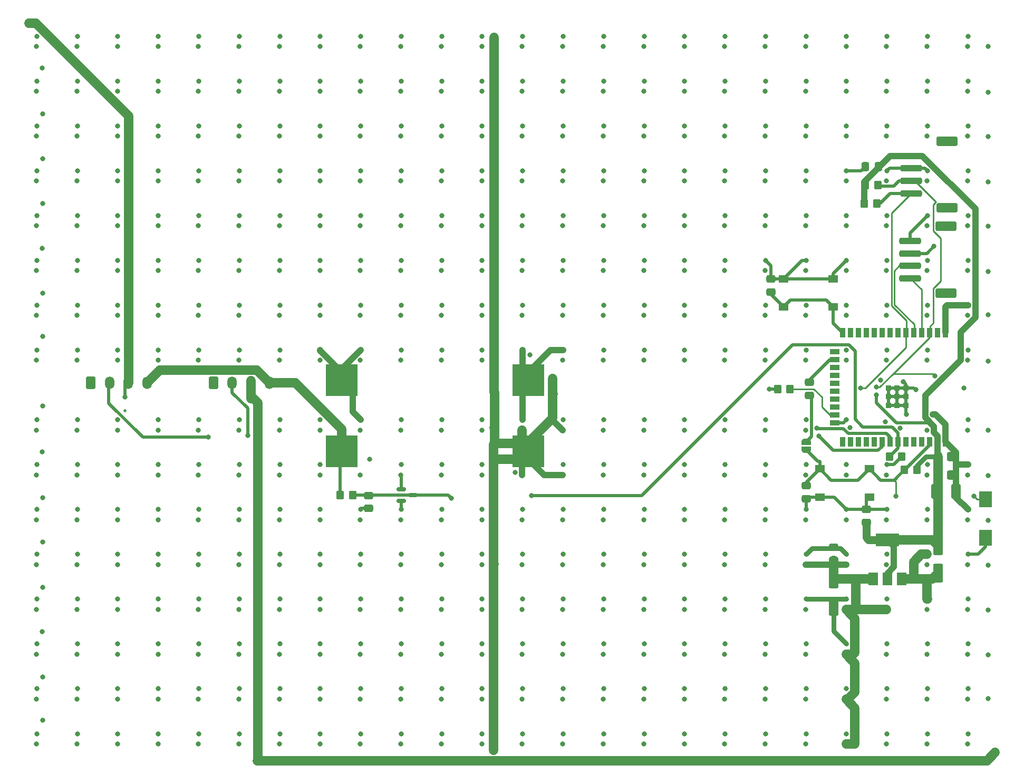
<source format=gbr>
%TF.GenerationSoftware,KiCad,Pcbnew,7.0.8*%
%TF.CreationDate,2023-11-20T11:06:52+02:00*%
%TF.ProjectId,LED Matrix Display,4c454420-4d61-4747-9269-782044697370,rev?*%
%TF.SameCoordinates,Original*%
%TF.FileFunction,Copper,L4,Bot*%
%TF.FilePolarity,Positive*%
%FSLAX46Y46*%
G04 Gerber Fmt 4.6, Leading zero omitted, Abs format (unit mm)*
G04 Created by KiCad (PCBNEW 7.0.8) date 2023-11-20 11:06:52*
%MOMM*%
%LPD*%
G01*
G04 APERTURE LIST*
G04 Aperture macros list*
%AMRoundRect*
0 Rectangle with rounded corners*
0 $1 Rounding radius*
0 $2 $3 $4 $5 $6 $7 $8 $9 X,Y pos of 4 corners*
0 Add a 4 corners polygon primitive as box body*
4,1,4,$2,$3,$4,$5,$6,$7,$8,$9,$2,$3,0*
0 Add four circle primitives for the rounded corners*
1,1,$1+$1,$2,$3*
1,1,$1+$1,$4,$5*
1,1,$1+$1,$6,$7*
1,1,$1+$1,$8,$9*
0 Add four rect primitives between the rounded corners*
20,1,$1+$1,$2,$3,$4,$5,0*
20,1,$1+$1,$4,$5,$6,$7,0*
20,1,$1+$1,$6,$7,$8,$9,0*
20,1,$1+$1,$8,$9,$2,$3,0*%
%AMFreePoly0*
4,1,19,0.500000,-0.750000,0.000000,-0.750000,0.000000,-0.744911,-0.071157,-0.744911,-0.207708,-0.704816,-0.327430,-0.627875,-0.420627,-0.520320,-0.479746,-0.390866,-0.500000,-0.250000,-0.500000,0.250000,-0.479746,0.390866,-0.420627,0.520320,-0.327430,0.627875,-0.207708,0.704816,-0.071157,0.744911,0.000000,0.744911,0.000000,0.750000,0.500000,0.750000,0.500000,-0.750000,0.500000,-0.750000,
$1*%
%AMFreePoly1*
4,1,19,0.000000,0.744911,0.071157,0.744911,0.207708,0.704816,0.327430,0.627875,0.420627,0.520320,0.479746,0.390866,0.500000,0.250000,0.500000,-0.250000,0.479746,-0.390866,0.420627,-0.520320,0.327430,-0.627875,0.207708,-0.704816,0.071157,-0.744911,0.000000,-0.744911,0.000000,-0.750000,-0.500000,-0.750000,-0.500000,0.750000,0.000000,0.750000,0.000000,0.744911,0.000000,0.744911,
$1*%
G04 Aperture macros list end*
%TA.AperFunction,SMDPad,CuDef*%
%ADD10RoundRect,0.250000X-1.500000X0.250000X-1.500000X-0.250000X1.500000X-0.250000X1.500000X0.250000X0*%
%TD*%
%TA.AperFunction,SMDPad,CuDef*%
%ADD11RoundRect,0.250001X-1.449999X0.499999X-1.449999X-0.499999X1.449999X-0.499999X1.449999X0.499999X0*%
%TD*%
%TA.AperFunction,SMDPad,CuDef*%
%ADD12RoundRect,0.250000X0.350000X0.450000X-0.350000X0.450000X-0.350000X-0.450000X0.350000X-0.450000X0*%
%TD*%
%TA.AperFunction,SMDPad,CuDef*%
%ADD13RoundRect,0.250000X-0.350000X-0.450000X0.350000X-0.450000X0.350000X0.450000X-0.350000X0.450000X0*%
%TD*%
%TA.AperFunction,SMDPad,CuDef*%
%ADD14RoundRect,0.250000X-0.475000X0.337500X-0.475000X-0.337500X0.475000X-0.337500X0.475000X0.337500X0*%
%TD*%
%TA.AperFunction,SMDPad,CuDef*%
%ADD15R,0.900000X1.500000*%
%TD*%
%TA.AperFunction,SMDPad,CuDef*%
%ADD16R,1.500000X0.900000*%
%TD*%
%TA.AperFunction,SMDPad,CuDef*%
%ADD17R,0.900000X0.900000*%
%TD*%
%TA.AperFunction,SMDPad,CuDef*%
%ADD18RoundRect,0.250000X-0.550000X1.250000X-0.550000X-1.250000X0.550000X-1.250000X0.550000X1.250000X0*%
%TD*%
%TA.AperFunction,SMDPad,CuDef*%
%ADD19R,1.550000X1.300000*%
%TD*%
%TA.AperFunction,SMDPad,CuDef*%
%ADD20R,1.500000X2.000000*%
%TD*%
%TA.AperFunction,SMDPad,CuDef*%
%ADD21R,3.800000X2.000000*%
%TD*%
%TA.AperFunction,ComponentPad*%
%ADD22RoundRect,0.250001X-0.499999X-0.759999X0.499999X-0.759999X0.499999X0.759999X-0.499999X0.759999X0*%
%TD*%
%TA.AperFunction,ComponentPad*%
%ADD23O,1.500000X2.020000*%
%TD*%
%TA.AperFunction,SMDPad,CuDef*%
%ADD24RoundRect,0.250000X0.475000X-0.337500X0.475000X0.337500X-0.475000X0.337500X-0.475000X-0.337500X0*%
%TD*%
%TA.AperFunction,SMDPad,CuDef*%
%ADD25R,5.080000X2.540000*%
%TD*%
%TA.AperFunction,SMDPad,CuDef*%
%ADD26RoundRect,0.250000X-0.337500X-0.475000X0.337500X-0.475000X0.337500X0.475000X-0.337500X0.475000X0*%
%TD*%
%TA.AperFunction,SMDPad,CuDef*%
%ADD27RoundRect,0.250001X-0.499999X-0.924999X0.499999X-0.924999X0.499999X0.924999X-0.499999X0.924999X0*%
%TD*%
%TA.AperFunction,SMDPad,CuDef*%
%ADD28FreePoly0,90.000000*%
%TD*%
%TA.AperFunction,SMDPad,CuDef*%
%ADD29FreePoly1,90.000000*%
%TD*%
%TA.AperFunction,SMDPad,CuDef*%
%ADD30RoundRect,0.250000X0.337500X0.475000X-0.337500X0.475000X-0.337500X-0.475000X0.337500X-0.475000X0*%
%TD*%
%TA.AperFunction,SMDPad,CuDef*%
%ADD31RoundRect,0.150000X-0.587500X-0.150000X0.587500X-0.150000X0.587500X0.150000X-0.587500X0.150000X0*%
%TD*%
%TA.AperFunction,SMDPad,CuDef*%
%ADD32R,2.000000X2.500000*%
%TD*%
%TA.AperFunction,ViaPad*%
%ADD33C,0.800000*%
%TD*%
%TA.AperFunction,Conductor*%
%ADD34C,1.500000*%
%TD*%
%TA.AperFunction,Conductor*%
%ADD35C,1.000000*%
%TD*%
%TA.AperFunction,Conductor*%
%ADD36C,0.500000*%
%TD*%
%TA.AperFunction,Conductor*%
%ADD37C,0.750000*%
%TD*%
%TA.AperFunction,Conductor*%
%ADD38C,1.250000*%
%TD*%
%TA.AperFunction,Conductor*%
%ADD39C,0.250000*%
%TD*%
G04 APERTURE END LIST*
D10*
%TO.P,J1,1,Pin_1*%
%TO.N,+3V3*%
X158242000Y-47086000D03*
%TO.P,J1,2,Pin_2*%
%TO.N,GND*%
X158242000Y-49086000D03*
%TO.P,J1,3,Pin_3*%
%TO.N,I2C_SCL*%
X158242000Y-51086000D03*
%TO.P,J1,4,Pin_4*%
%TO.N,I2C_SDA*%
X158242000Y-53086000D03*
D11*
%TO.P,J1,MP*%
%TO.N,N/C*%
X163992000Y-44736000D03*
X163992000Y-55436000D03*
%TD*%
D12*
%TO.P,R5,1*%
%TO.N,GND*%
X156750000Y-95350000D03*
%TO.P,R5,2*%
%TO.N,/ESP32/GPIO_35*%
X154750000Y-95350000D03*
%TD*%
%TO.P,R3,1*%
%TO.N,I2C_SCL*%
X152882600Y-51739800D03*
%TO.P,R3,2*%
%TO.N,+3V3*%
X150882600Y-51739800D03*
%TD*%
D13*
%TO.P,R6,1*%
%TO.N,/ESP32/EN*%
X157175200Y-97485200D03*
%TO.P,R6,2*%
%TO.N,+3V3*%
X159175200Y-97485200D03*
%TD*%
D14*
%TO.P,C8,1*%
%TO.N,GND*%
X135686800Y-66860600D03*
%TO.P,C8,2*%
%TO.N,/ESP32/GPIO_00_BOOT*%
X135686800Y-68935600D03*
%TD*%
%TO.P,C6,1*%
%TO.N,/ESP32/GPIO_35*%
X71150000Y-101612500D03*
%TO.P,C6,2*%
%TO.N,GND*%
X71150000Y-103687500D03*
%TD*%
D15*
%TO.P,U1,1,GND*%
%TO.N,GND*%
X163703000Y-92972000D03*
%TO.P,U1,2,3V3*%
%TO.N,+3V3*%
X162433000Y-92972000D03*
%TO.P,U1,3,EN/CHIP_PU*%
%TO.N,/ESP32/EN*%
X161163000Y-92972000D03*
%TO.P,U1,4,SENSOR_VP/GPIO36/ADC1_CH0*%
%TO.N,/ESP32/GPIO_36*%
X159893000Y-92972000D03*
%TO.P,U1,5,SENSOR_VN/GPIO39/ADC1_CH3*%
%TO.N,/ESP32/GPIO_39*%
X158623000Y-92972000D03*
%TO.P,U1,6,GPIO34/ADC1_CH6*%
%TO.N,/ESP32/GPIO_34*%
X157353000Y-92972000D03*
%TO.P,U1,7,GPIO35/ADC1_CH7*%
%TO.N,/ESP32/GPIO_35*%
X156083000Y-92972000D03*
%TO.P,U1,8,32K_XP/GPIO32/ADC1_CH4*%
%TO.N,ONE_WIRE_2*%
X154813000Y-92972000D03*
%TO.P,U1,9,32K_XN/GPIO33/ADC1_CH5*%
%TO.N,ONE_WIRE*%
X153543000Y-92972000D03*
%TO.P,U1,10,DAC_1/ADC2_CH8/GPIO25*%
%TO.N,/ESP32/GPIO_25*%
X152273000Y-92972000D03*
%TO.P,U1,11,DAC_2/ADC2_CH9/GPIO26*%
%TO.N,/ESP32/GPIO_26*%
X151003000Y-92972000D03*
%TO.P,U1,12,ADC2_CH7/GPIO27*%
%TO.N,/ESP32/GPIO_27*%
X149733000Y-92972000D03*
%TO.P,U1,13,MTMS/GPIO14/ADC2_CH6*%
%TO.N,/ESP32/GPIO_14*%
X148463000Y-92972000D03*
%TO.P,U1,14,MTDI/GPIO12/ADC2_CH5*%
%TO.N,/ESP32/GPIO_12*%
X147193000Y-92972000D03*
D16*
%TO.P,U1,15,GND*%
%TO.N,GND*%
X145943000Y-89942000D03*
%TO.P,U1,16,MTCK/GPIO13/ADC2_CH4*%
%TO.N,/ESP32/GPIO_13*%
X145943000Y-88672000D03*
%TO.P,U1,17*%
%TO.N,N/C*%
X145943000Y-87402000D03*
%TO.P,U1,18*%
X145943000Y-86132000D03*
%TO.P,U1,19*%
X145943000Y-84862000D03*
%TO.P,U1,20*%
X145943000Y-83592000D03*
%TO.P,U1,21*%
X145943000Y-82322000D03*
%TO.P,U1,22*%
X145943000Y-81052000D03*
%TO.P,U1,23,MTDO/GPIO15/ADC2_CH3*%
%TO.N,/ESP32/GPIO_15*%
X145943000Y-79782000D03*
%TO.P,U1,24,ADC2_CH2/GPIO2*%
%TO.N,/ESP32/GPIO_02*%
X145943000Y-78512000D03*
D15*
%TO.P,U1,25,GPIO0/BOOT/ADC2_CH1*%
%TO.N,/ESP32/GPIO_00_BOOT*%
X147193000Y-75472000D03*
%TO.P,U1,26,ADC2_CH0/GPIO4*%
%TO.N,/ESP32/GPIO_04*%
X148463000Y-75472000D03*
%TO.P,U1,27,GPIO16*%
%TO.N,/ESP32/GPIO_16*%
X149733000Y-75472000D03*
%TO.P,U1,28,GPIO17*%
%TO.N,/ESP32/GPIO_17*%
X151003000Y-75472000D03*
%TO.P,U1,29,GPIO5*%
%TO.N,/ESP32/GPIO_05*%
X152273000Y-75472000D03*
%TO.P,U1,30,GPIO18*%
%TO.N,/ESP32/GPIO_18*%
X153543000Y-75472000D03*
%TO.P,U1,31,GPIO19*%
%TO.N,/ESP32/GPIO_19*%
X154813000Y-75472000D03*
%TO.P,U1,32*%
%TO.N,N/C*%
X156083000Y-75472000D03*
%TO.P,U1,33,GPIO21*%
%TO.N,I2C_SDA*%
X157353000Y-75472000D03*
%TO.P,U1,34,U0RXD/GPIO3*%
%TO.N,/ESP32/GPIO_03_U0RXD*%
X158623000Y-75472000D03*
%TO.P,U1,35,U0TXD/GPIO1*%
%TO.N,/ESP32/GPIO_01_U0TXD*%
X159893000Y-75472000D03*
%TO.P,U1,36,GPIO22*%
%TO.N,I2C_SCL*%
X161163000Y-75472000D03*
%TO.P,U1,37,GPIO23*%
%TO.N,/ESP32/GPIO_23*%
X162433000Y-75472000D03*
%TO.P,U1,38,GND*%
%TO.N,GND*%
X163703000Y-75472000D03*
D17*
%TO.P,U1,39,GND_THERMAL*%
X154583000Y-87122000D03*
X154583000Y-87122000D03*
X155983000Y-87122000D03*
X157383000Y-87122000D03*
X157383000Y-87122000D03*
X154583000Y-85722000D03*
X154583000Y-85722000D03*
X155983000Y-85722000D03*
X157383000Y-85722000D03*
X154583000Y-84322000D03*
X155983000Y-84322000D03*
X157383000Y-84322000D03*
%TD*%
D18*
%TO.P,C12,1*%
%TO.N,+3V3*%
X162560000Y-109687000D03*
%TO.P,C12,2*%
%TO.N,GND*%
X162560000Y-114087000D03*
%TD*%
D19*
%TO.P,SW2,1,1*%
%TO.N,GND*%
X143560800Y-101854000D03*
X151510800Y-101854000D03*
%TO.P,SW2,2,2*%
%TO.N,/ESP32/EN*%
X143560800Y-97354000D03*
X151510800Y-97354000D03*
%TD*%
D20*
%TO.P,U4,1,GND*%
%TO.N,GND*%
X156732000Y-115012000D03*
%TO.P,U4,2,VO*%
%TO.N,+3V3*%
X154432000Y-115012000D03*
D21*
X154432000Y-108712000D03*
D20*
%TO.P,U4,3,VI*%
%TO.N,+5V*%
X152132000Y-115012000D03*
%TD*%
D22*
%TO.P,J4,1,Pin_1*%
%TO.N,GND*%
X26520400Y-83536400D03*
D23*
%TO.P,J4,2,Pin_2*%
%TO.N,ONE_WIRE_2*%
X29520400Y-83536400D03*
%TO.P,J4,3,Pin_3*%
%TO.N,ONE_WIRE*%
X32520400Y-83536400D03*
%TO.P,J4,4,Pin_4*%
%TO.N,+12V*%
X35520400Y-83536400D03*
%TD*%
D24*
%TO.P,C14,1*%
%TO.N,GND*%
X141427200Y-102129500D03*
%TO.P,C14,2*%
%TO.N,/ESP32/EN*%
X141427200Y-100054500D03*
%TD*%
D25*
%TO.P,J7,1,Pin_1*%
%TO.N,GND*%
X66800000Y-81800000D03*
X66800000Y-84340000D03*
%TO.P,J7,2,Pin_2*%
%TO.N,+12V*%
X66800000Y-93260000D03*
X66800000Y-95800000D03*
%TO.P,J7,3,Pin_3*%
%TO.N,GND*%
X96800000Y-81800000D03*
X96800000Y-84340000D03*
%TO.P,J7,4,Pin_4*%
%TO.N,+5V*%
X96800000Y-93260000D03*
X96800000Y-95800000D03*
%TD*%
D24*
%TO.P,C13,1*%
%TO.N,+3V3*%
X151003000Y-105939500D03*
%TO.P,C13,2*%
%TO.N,GND*%
X151003000Y-103864500D03*
%TD*%
D26*
%TO.P,C9,1*%
%TO.N,+3V3*%
X162517000Y-95377000D03*
%TO.P,C9,2*%
%TO.N,GND*%
X164592000Y-95377000D03*
%TD*%
D27*
%TO.P,C11,1*%
%TO.N,+3V3*%
X162205000Y-100965000D03*
%TO.P,C11,2*%
%TO.N,GND*%
X165455000Y-100965000D03*
%TD*%
D18*
%TO.P,C16,1*%
%TO.N,+5V*%
X145796000Y-115021000D03*
%TO.P,C16,2*%
%TO.N,GND*%
X145796000Y-119421000D03*
%TD*%
D28*
%TO.P,JP2,1,A*%
%TO.N,/ESP32/EN*%
X141401800Y-94264000D03*
D29*
%TO.P,JP2,2,B*%
%TO.N,Net-(JP2-B)*%
X141401800Y-92964000D03*
%TD*%
D30*
%TO.P,C2,1*%
%TO.N,+3V3*%
X152958800Y-48793400D03*
%TO.P,C2,2*%
%TO.N,GND*%
X150883800Y-48793400D03*
%TD*%
D24*
%TO.P,C4,1*%
%TO.N,Net-(JP2-B)*%
X141884400Y-85539400D03*
%TO.P,C4,2*%
%TO.N,/ESP32/GPIO_15*%
X141884400Y-83464400D03*
%TD*%
D31*
%TO.P,D2,1,A*%
%TO.N,GND*%
X76325000Y-102500000D03*
%TO.P,D2,2,K*%
%TO.N,+5V*%
X76325000Y-100600000D03*
%TO.P,D2,3,COM*%
%TO.N,/ESP32/GPIO_35*%
X78200000Y-101550000D03*
%TD*%
D19*
%TO.P,SW1,1,1*%
%TO.N,GND*%
X145707000Y-66838000D03*
X137757000Y-66838000D03*
%TO.P,SW1,2,2*%
%TO.N,/ESP32/GPIO_00_BOOT*%
X145707000Y-71338000D03*
X137757000Y-71338000D03*
%TD*%
D13*
%TO.P,R1,1*%
%TO.N,Net-(D3-A)*%
X136779000Y-84531200D03*
%TO.P,R1,2*%
%TO.N,/ESP32/GPIO_13*%
X138779000Y-84531200D03*
%TD*%
D32*
%TO.P,SW3,1,1*%
%TO.N,GND*%
X170180000Y-108369600D03*
%TO.P,SW3,2,2*%
%TO.N,/ESP32/EN*%
X170180000Y-102209600D03*
%TD*%
D10*
%TO.P,J2,1,Pin_1*%
%TO.N,GND*%
X158080000Y-60738000D03*
%TO.P,J2,2,Pin_2*%
%TO.N,+3V3*%
X158080000Y-62738000D03*
%TO.P,J2,3,Pin_3*%
%TO.N,/ESP32/GPIO_03_U0RXD*%
X158080000Y-64738000D03*
%TO.P,J2,4,Pin_4*%
%TO.N,/ESP32/GPIO_01_U0TXD*%
X158080000Y-66738000D03*
D11*
%TO.P,J2,MP*%
%TO.N,N/C*%
X163830000Y-58388000D03*
X163830000Y-69088000D03*
%TD*%
D24*
%TO.P,C15,1*%
%TO.N,+5V*%
X145796000Y-112014000D03*
%TO.P,C15,2*%
%TO.N,GND*%
X145796000Y-109939000D03*
%TD*%
D22*
%TO.P,J6,1,Pin_1*%
%TO.N,GND*%
X46205400Y-83511000D03*
D23*
%TO.P,J6,2,Pin_2*%
%TO.N,ONE_WIRE_2*%
X49205400Y-83511000D03*
%TO.P,J6,3,Pin_3*%
%TO.N,ONE_WIRE*%
X52205400Y-83511000D03*
%TO.P,J6,4,Pin_4*%
%TO.N,+12V*%
X55205400Y-83511000D03*
%TD*%
D12*
%TO.P,R4,1*%
%TO.N,/ESP32/GPIO_35*%
X68550000Y-101550000D03*
%TO.P,R4,2*%
%TO.N,+12V*%
X66550000Y-101550000D03*
%TD*%
%TO.P,R2,1*%
%TO.N,I2C_SDA*%
X152698200Y-54711600D03*
%TO.P,R2,2*%
%TO.N,+3V3*%
X150698200Y-54711600D03*
%TD*%
D26*
%TO.P,C10,1*%
%TO.N,+3V3*%
X162517000Y-98298000D03*
%TO.P,C10,2*%
%TO.N,GND*%
X164592000Y-98298000D03*
%TD*%
D33*
%TO.N,+5V*%
X63295157Y-36711266D03*
X147795157Y-43911266D03*
X82795157Y-79911266D03*
X95795157Y-43911266D03*
X147795157Y-98311266D03*
X37295157Y-91111266D03*
X108795157Y-79911266D03*
X17795157Y-119911266D03*
X37295157Y-36711266D03*
X160795157Y-105511266D03*
X37295157Y-127111266D03*
X154295157Y-134311266D03*
X108795157Y-98311266D03*
X76295157Y-36711266D03*
X102295157Y-79911266D03*
X63295157Y-29511266D03*
X160795157Y-112711266D03*
X134795157Y-134311266D03*
X17795157Y-36711266D03*
X147795157Y-36711266D03*
X115295157Y-112711266D03*
X17795157Y-79911266D03*
X134795157Y-141511266D03*
X17795157Y-58311266D03*
X141295157Y-127111266D03*
X17795157Y-91111266D03*
X30795157Y-72711266D03*
X134795157Y-91111266D03*
X24295157Y-29511266D03*
X154295157Y-29511266D03*
X121795157Y-98311266D03*
X160795157Y-43911266D03*
X69795157Y-72711266D03*
X24295157Y-98311266D03*
X167295157Y-119911266D03*
X134795157Y-119911266D03*
X147795157Y-72711266D03*
X91300000Y-36700000D03*
X167295157Y-36711266D03*
X56795157Y-51111266D03*
X17795157Y-51111266D03*
X56795157Y-58311266D03*
X95795157Y-51111266D03*
X63295157Y-134311266D03*
X50295157Y-98311266D03*
X128295157Y-91111266D03*
X91400000Y-65600000D03*
X121795157Y-43911266D03*
X128295157Y-36711266D03*
X102295157Y-134311266D03*
X50295157Y-141511266D03*
X43795157Y-43911266D03*
X82795157Y-51111266D03*
X167295157Y-29511266D03*
X43795157Y-36711266D03*
X115295157Y-98311266D03*
X50295157Y-119911266D03*
X56795157Y-98311266D03*
X95795157Y-105511266D03*
X50295157Y-79911266D03*
X63295157Y-58311266D03*
X30795157Y-91111266D03*
X154295157Y-98311266D03*
X141295157Y-134311266D03*
X56795157Y-119911266D03*
X24295157Y-127111266D03*
X82795157Y-112711266D03*
X147795157Y-134311266D03*
X167295157Y-134311266D03*
X141295157Y-29511266D03*
X167295157Y-79911266D03*
X134795157Y-36711266D03*
X69795157Y-98311266D03*
X17795157Y-29511266D03*
X76295157Y-91111266D03*
X121795157Y-141511266D03*
X91300000Y-28400000D03*
X76295157Y-72711266D03*
X30795157Y-141511266D03*
X91300000Y-51200000D03*
X160795157Y-51111266D03*
X56795157Y-79911266D03*
X121795157Y-79911266D03*
X43795157Y-51111266D03*
X24295157Y-112711266D03*
X63295157Y-98311266D03*
X147795157Y-65511266D03*
X121795157Y-65511266D03*
X102295157Y-98311266D03*
X108795157Y-36711266D03*
X95795157Y-36711266D03*
X134795157Y-72711266D03*
X91300000Y-90700000D03*
X56795157Y-43911266D03*
X37295157Y-134311266D03*
X50295157Y-29511266D03*
X141295157Y-112711266D03*
X95795157Y-29511266D03*
X115295157Y-58311266D03*
X121795157Y-134311266D03*
X50295157Y-36711266D03*
X95795157Y-65511266D03*
X128295157Y-29511266D03*
X95795157Y-119911266D03*
X89295157Y-119911266D03*
X141295157Y-91111266D03*
X50295157Y-112711266D03*
X82795157Y-119911266D03*
X37295157Y-79911266D03*
X69795157Y-105511266D03*
X160795157Y-36711266D03*
X154295157Y-51111266D03*
X17795157Y-43911266D03*
X91300000Y-79900000D03*
X17795157Y-112711266D03*
X76295157Y-79911266D03*
X128295157Y-105511266D03*
X102295157Y-105511266D03*
X89295157Y-58311266D03*
X89295157Y-51111266D03*
X134795157Y-127111266D03*
X69795157Y-134311266D03*
X82795157Y-141511266D03*
X102295157Y-141511266D03*
X24295157Y-119911266D03*
X37295157Y-65511266D03*
X91200000Y-105700000D03*
X160795157Y-65511266D03*
X154295157Y-119911266D03*
X141295157Y-72711266D03*
X121795157Y-72711266D03*
X141295157Y-119911266D03*
X121795157Y-119911266D03*
X154295157Y-79911266D03*
X160795157Y-58311266D03*
X37295157Y-51111266D03*
X76295157Y-105511266D03*
X69795157Y-43911266D03*
X30795157Y-105511266D03*
X89295157Y-91111266D03*
X24295157Y-141511266D03*
X167295157Y-91111266D03*
X89295157Y-134311266D03*
X50295157Y-65511266D03*
X95795157Y-141511266D03*
X154295157Y-72711266D03*
X89295157Y-36711266D03*
X134795157Y-79911266D03*
X91300000Y-72700000D03*
X128295157Y-127111266D03*
X43795157Y-141511266D03*
X115295157Y-127111266D03*
X121795157Y-58311266D03*
X17795157Y-72711266D03*
X102295157Y-58311266D03*
X102295157Y-119911266D03*
X115295157Y-51111266D03*
X141295157Y-98311266D03*
X91300000Y-58400000D03*
X91400000Y-127000000D03*
X134795157Y-112711266D03*
X37295157Y-105511266D03*
X89295157Y-72711266D03*
X102295157Y-51111266D03*
X56795157Y-141511266D03*
X100761800Y-85293200D03*
X154295157Y-127111266D03*
X89295157Y-141511266D03*
X115295157Y-29511266D03*
X154295157Y-65511266D03*
X76295157Y-98311266D03*
X102295157Y-36711266D03*
X30795157Y-79911266D03*
X160795157Y-72711266D03*
X24295157Y-58311266D03*
X82795157Y-29511266D03*
X141295157Y-58311266D03*
X82795157Y-127111266D03*
X167295157Y-72711266D03*
X63295157Y-51111266D03*
X121795157Y-29511266D03*
X17795157Y-65511266D03*
X76295157Y-127111266D03*
X154295157Y-105511266D03*
X95795157Y-72711266D03*
X115295157Y-79911266D03*
X154295157Y-36711266D03*
X56795157Y-112711266D03*
X69795157Y-141511266D03*
X128295157Y-112711266D03*
X147795157Y-127111266D03*
X147795157Y-119911266D03*
X134795157Y-105511266D03*
X102295157Y-91111266D03*
X108795157Y-105511266D03*
X43795157Y-58311266D03*
X160795157Y-119911266D03*
X95795157Y-58311266D03*
X30795157Y-51111266D03*
X128295157Y-43911266D03*
X56795157Y-105511266D03*
X17795157Y-141511266D03*
X56795157Y-91111266D03*
X102295157Y-65511266D03*
X30795157Y-127111266D03*
X128295157Y-134311266D03*
X56795157Y-127111266D03*
X69795157Y-65511266D03*
X43795157Y-98311266D03*
X102295157Y-72711266D03*
X108795157Y-141511266D03*
X160795157Y-79911266D03*
X56795157Y-29511266D03*
X76295157Y-134311266D03*
X167295157Y-65511266D03*
X156500000Y-90764536D03*
X82795157Y-98311266D03*
X69795157Y-58311266D03*
X121795157Y-36711266D03*
X63295157Y-112711266D03*
X37295157Y-119911266D03*
X128295157Y-98311266D03*
X37295157Y-43911266D03*
X121795157Y-91111266D03*
X63295157Y-79911266D03*
X30795157Y-119911266D03*
X30795157Y-58311266D03*
X167295157Y-43911266D03*
X141295157Y-79911266D03*
X134795157Y-65511266D03*
X134795157Y-58311266D03*
X128295157Y-72711266D03*
X76295157Y-112711266D03*
X115295157Y-72711266D03*
X76295157Y-119911266D03*
X115295157Y-36711266D03*
X30795157Y-29511266D03*
X167295157Y-127111266D03*
X37295157Y-98311266D03*
X147795157Y-141511266D03*
X154295157Y-141511266D03*
X43795157Y-79911266D03*
X160795157Y-141511266D03*
X63295157Y-43911266D03*
X76295157Y-29511266D03*
X128295157Y-58311266D03*
X115295157Y-141511266D03*
X100700000Y-83900000D03*
X91300000Y-119900000D03*
X56795157Y-134311266D03*
X76295157Y-51111266D03*
X115295157Y-65511266D03*
X76295157Y-65511266D03*
X134795157Y-51111266D03*
X69795157Y-127111266D03*
X95795157Y-112711266D03*
X50295157Y-105511266D03*
X24295157Y-72711266D03*
X82795157Y-58311266D03*
X50295157Y-127111266D03*
X30795157Y-36711266D03*
X95795157Y-91111266D03*
X108795157Y-65511266D03*
X17795157Y-134311266D03*
X43795157Y-65511266D03*
X134795157Y-98311266D03*
X128295157Y-65511266D03*
X82795157Y-105511266D03*
X63295157Y-127111266D03*
X147795157Y-79911266D03*
X56795157Y-36711266D03*
X37295157Y-29511266D03*
X108795157Y-43911266D03*
X30795157Y-98311266D03*
X82795157Y-72711266D03*
X82795157Y-134311266D03*
X89295157Y-29511266D03*
X69795157Y-119911266D03*
X115295157Y-134311266D03*
X91300000Y-84000000D03*
X160795157Y-91111266D03*
X108795157Y-58311266D03*
X128295157Y-79911266D03*
X24295157Y-51111266D03*
X24295157Y-91111266D03*
X89295157Y-105511266D03*
X63295157Y-91111266D03*
X43795157Y-112711266D03*
X95795157Y-134311266D03*
X63295157Y-141511266D03*
X108795157Y-91111266D03*
X141295157Y-105511266D03*
X134795157Y-29511266D03*
X30795157Y-112711266D03*
X89295157Y-112711266D03*
X89295157Y-127111266D03*
X30795157Y-43911266D03*
X108795157Y-119911266D03*
X91300000Y-141700000D03*
X43795157Y-105511266D03*
X121795157Y-51111266D03*
X69795157Y-79911266D03*
X43795157Y-119911266D03*
X128295157Y-51111266D03*
X141295157Y-36711266D03*
X56795157Y-65511266D03*
X24295157Y-134311266D03*
X167295157Y-98311266D03*
X147795157Y-112711266D03*
X115295157Y-105511266D03*
X24295157Y-105511266D03*
X147795157Y-51111266D03*
X63295157Y-119911266D03*
X147795157Y-29511266D03*
X115295157Y-119911266D03*
X89295157Y-65511266D03*
X63295157Y-65511266D03*
X89295157Y-79911266D03*
X154295157Y-43911266D03*
X121795157Y-105511266D03*
X147795157Y-58311266D03*
X43795157Y-29511266D03*
X115295157Y-43911266D03*
X160795157Y-29511266D03*
X102295157Y-127111266D03*
X160795157Y-134311266D03*
X37295157Y-72711266D03*
X69795157Y-51111266D03*
X43795157Y-91111266D03*
X108795157Y-112711266D03*
X63295157Y-72711266D03*
X154295157Y-112711266D03*
X37295157Y-112711266D03*
X97000000Y-79000000D03*
X82795157Y-65511266D03*
X91300000Y-98400000D03*
X17795157Y-105511266D03*
X115295157Y-91111266D03*
X50295157Y-72711266D03*
X160795157Y-98311266D03*
X50295157Y-43911266D03*
X82795157Y-43911266D03*
X108795157Y-29511266D03*
X69795157Y-29511266D03*
X147795157Y-105511266D03*
X50295157Y-134311266D03*
X17795157Y-98311266D03*
X89295157Y-98311266D03*
X30795157Y-65511266D03*
X24295157Y-43911266D03*
X108795157Y-72711266D03*
X141295157Y-51111266D03*
X95795157Y-98311266D03*
X56795157Y-72711266D03*
X43795157Y-72711266D03*
X69795157Y-36711266D03*
X102295157Y-29511266D03*
X76295157Y-43911266D03*
X43795157Y-127111266D03*
X43795157Y-134311266D03*
X76295157Y-58311266D03*
X167295157Y-141511266D03*
X95795157Y-127111266D03*
X76295157Y-141511266D03*
X17795157Y-127111266D03*
X167295157Y-51111266D03*
X108795157Y-51111266D03*
X69795157Y-112711266D03*
X102295157Y-43911266D03*
X24295157Y-36711266D03*
X37295157Y-141511266D03*
X24295157Y-79911266D03*
X50295157Y-91111266D03*
X82795157Y-36711266D03*
X154295157Y-58311266D03*
X167295157Y-112711266D03*
X160795157Y-127111266D03*
X50295157Y-58311266D03*
X128295157Y-141511266D03*
X37295157Y-58311266D03*
X89295157Y-43911266D03*
X121795157Y-127111266D03*
X108795157Y-134311266D03*
X121795157Y-112711266D03*
X141295157Y-65511266D03*
X128295157Y-119911266D03*
X30795157Y-134311266D03*
X91300000Y-134400000D03*
X91300000Y-112600000D03*
X108795157Y-127111266D03*
X141295157Y-141511266D03*
X50295157Y-51111266D03*
X82795157Y-91111266D03*
X148386800Y-90728800D03*
X24295157Y-65511266D03*
X69795157Y-91111266D03*
X167295157Y-105511266D03*
X102295157Y-112711266D03*
X134795157Y-43911266D03*
X141295157Y-43911266D03*
X63295157Y-105511266D03*
X167295157Y-58311266D03*
%TO.N,GND*%
X63355103Y-118262807D03*
X63355103Y-78262807D03*
X50355103Y-42262807D03*
X76355103Y-63862807D03*
X115355103Y-103862807D03*
X141355103Y-111062807D03*
X128355103Y-78262807D03*
X166725600Y-84404200D03*
X147855103Y-35062807D03*
X102355103Y-27862807D03*
X95855103Y-42262807D03*
X17855103Y-118262807D03*
X37355103Y-42262807D03*
X147855103Y-139862807D03*
X82855103Y-35062807D03*
X167355103Y-78262807D03*
X102355103Y-35062807D03*
X95000000Y-84900000D03*
X37355103Y-71062807D03*
X30855103Y-27862807D03*
X30855103Y-96662807D03*
X128355103Y-71062807D03*
X95855103Y-49462807D03*
X141355103Y-42262807D03*
X134855103Y-139862807D03*
X66800000Y-84900000D03*
X37355103Y-96662807D03*
X82855103Y-42262807D03*
X147855103Y-56662807D03*
X56855103Y-56662807D03*
X56855103Y-132662807D03*
X76355103Y-89462807D03*
X108855103Y-42262807D03*
X134855103Y-118262807D03*
X154355103Y-56662807D03*
X154052655Y-89765255D03*
X108855103Y-125462807D03*
X108855103Y-139862807D03*
X115355103Y-89462807D03*
X121855103Y-71062807D03*
X160855103Y-139862807D03*
X50355103Y-71062807D03*
X128355103Y-56662807D03*
X160855103Y-103862807D03*
X50355103Y-49462807D03*
X43855103Y-49462807D03*
X69855103Y-89462807D03*
X17855103Y-89462807D03*
X134855103Y-27862807D03*
X98500000Y-84900000D03*
X43855103Y-89462807D03*
X30855103Y-125462807D03*
X102355103Y-103862807D03*
X50355103Y-27862807D03*
X89355103Y-103862807D03*
X160855103Y-118262807D03*
X115355103Y-78262807D03*
X115355103Y-111062807D03*
X154355103Y-96662807D03*
X102355103Y-71062807D03*
X17855103Y-96662807D03*
X95855103Y-27862807D03*
X128355103Y-118262807D03*
X56855103Y-111062807D03*
X128355103Y-139862807D03*
X128355103Y-89462807D03*
X167355103Y-118262807D03*
X63355103Y-139862807D03*
X37355103Y-56662807D03*
X160855103Y-71062807D03*
X50355103Y-78262807D03*
X76355103Y-132662807D03*
X147855103Y-71062807D03*
X89355103Y-35062807D03*
X134855103Y-71062807D03*
X134855103Y-132662807D03*
X56855103Y-49462807D03*
X82855103Y-118262807D03*
X115355103Y-56662807D03*
X24355103Y-118262807D03*
X56855103Y-118262807D03*
X98500000Y-82500000D03*
X63355103Y-71062807D03*
X141355103Y-103862807D03*
X115355103Y-96662807D03*
X30855103Y-35062807D03*
X82855103Y-89462807D03*
X102355103Y-139862807D03*
X82855103Y-132662807D03*
X147855103Y-42262807D03*
X160855103Y-125462807D03*
X102355103Y-63862807D03*
X24355103Y-103862807D03*
X121855103Y-35062807D03*
X17855103Y-49462807D03*
X37355103Y-118262807D03*
X95855103Y-71062807D03*
X24355103Y-132662807D03*
X128355103Y-63862807D03*
X89355103Y-89462807D03*
X37355103Y-78262807D03*
X134855103Y-89462807D03*
X63355103Y-103862807D03*
X82855103Y-96662807D03*
X167355103Y-35062807D03*
X89355103Y-139862807D03*
X147855103Y-118262807D03*
X17855103Y-27862807D03*
X17855103Y-111062807D03*
X95855103Y-118262807D03*
X121855103Y-103862807D03*
X134855103Y-63862807D03*
X89355103Y-96662807D03*
X134855103Y-125462807D03*
X102355103Y-49462807D03*
X43855103Y-35062807D03*
X89355103Y-42262807D03*
X108855103Y-71062807D03*
X167355103Y-139862807D03*
X134855103Y-103862807D03*
X50355103Y-118262807D03*
X128355103Y-132662807D03*
X56855103Y-139862807D03*
X154355103Y-27862807D03*
X167355103Y-96662807D03*
X95855103Y-132662807D03*
X167355103Y-42262807D03*
X156972000Y-83337400D03*
X95855103Y-139862807D03*
X37355103Y-139862807D03*
X89355103Y-118262807D03*
X141355103Y-139862807D03*
X108855103Y-49462807D03*
X115355103Y-125462807D03*
X121855103Y-56662807D03*
X43855103Y-27862807D03*
X56855103Y-103862807D03*
X89355103Y-49462807D03*
X167355103Y-27862807D03*
X56855103Y-42262807D03*
X115355103Y-139862807D03*
X115355103Y-63862807D03*
X128355103Y-103862807D03*
X89355103Y-27862807D03*
X128355103Y-49462807D03*
X154355103Y-63862807D03*
X147855103Y-103862807D03*
X17855103Y-132662807D03*
X115355103Y-71062807D03*
X115355103Y-42262807D03*
X43855103Y-56662807D03*
X160855103Y-96662807D03*
X134855103Y-42262807D03*
X141355103Y-96662807D03*
X115355103Y-27862807D03*
X56855103Y-71062807D03*
X43855103Y-111062807D03*
X82855103Y-56662807D03*
X63355103Y-27862807D03*
X154355103Y-78262807D03*
X76355103Y-103862807D03*
X89355103Y-125462807D03*
X63355103Y-111062807D03*
X50355103Y-63862807D03*
X167355103Y-89462807D03*
X82855103Y-103862807D03*
X147855103Y-63862807D03*
X121855103Y-27862807D03*
X30855103Y-89462807D03*
X76355103Y-125462807D03*
X102355103Y-111062807D03*
X108855103Y-89462807D03*
X157504104Y-88635163D03*
X102355103Y-118262807D03*
X68600000Y-84900000D03*
X147855103Y-125462807D03*
X153289000Y-83058000D03*
X43855103Y-103862807D03*
X69855103Y-42262807D03*
X108855103Y-132662807D03*
X147855103Y-96662807D03*
X76355103Y-111062807D03*
X147855103Y-78262807D03*
X69855103Y-125462807D03*
X134855103Y-111062807D03*
X160855103Y-27862807D03*
X89355103Y-132662807D03*
X121855103Y-89462807D03*
X37355103Y-27862807D03*
X154355103Y-132662807D03*
X167355103Y-132662807D03*
X69855103Y-71062807D03*
X154355103Y-125462807D03*
X69855103Y-27862807D03*
X37355103Y-49462807D03*
X95855103Y-63862807D03*
X24355103Y-35062807D03*
X121855103Y-63862807D03*
X50355103Y-56662807D03*
X147855103Y-49462807D03*
X154355103Y-49462807D03*
X95855103Y-78262807D03*
X102355103Y-89462807D03*
X82855103Y-27862807D03*
X167355103Y-125462807D03*
X121855103Y-42262807D03*
X69855103Y-139862807D03*
X154355103Y-139862807D03*
X108855103Y-111062807D03*
X17855103Y-103862807D03*
X30855103Y-42262807D03*
X30855103Y-103862807D03*
X161682747Y-88635163D03*
X30855103Y-56662807D03*
X17855103Y-35062807D03*
X76355103Y-78262807D03*
X154355103Y-118262807D03*
X141355103Y-89462807D03*
X108855103Y-35062807D03*
X69855103Y-35062807D03*
X56855103Y-35062807D03*
X128355103Y-111062807D03*
X102355103Y-132662807D03*
X50355103Y-35062807D03*
X141355103Y-132662807D03*
X69855103Y-49462807D03*
X37355103Y-125462807D03*
X76355103Y-56662807D03*
X82855103Y-125462807D03*
X30855103Y-111062807D03*
X134855103Y-49462807D03*
X17855103Y-42262807D03*
X65100000Y-82500000D03*
X50355103Y-111062807D03*
X82855103Y-111062807D03*
X167355103Y-63862807D03*
X56855103Y-27862807D03*
X56855103Y-63862807D03*
X160855103Y-42262807D03*
X76355103Y-118262807D03*
X50355103Y-139862807D03*
X160855103Y-35062807D03*
X115355103Y-132662807D03*
X95855103Y-111062807D03*
X160855103Y-56662807D03*
X69855103Y-78262807D03*
X43855103Y-139862807D03*
X167355103Y-56662807D03*
X96700000Y-84900000D03*
X50355103Y-103862807D03*
X63355103Y-56662807D03*
X63355103Y-35062807D03*
X43855103Y-125462807D03*
X102355103Y-78262807D03*
X95855103Y-35062807D03*
X141355103Y-125462807D03*
X37355103Y-103862807D03*
X121855103Y-132662807D03*
X17855103Y-78262807D03*
X24355103Y-96662807D03*
X43855103Y-71062807D03*
X115355103Y-49462807D03*
X37355103Y-132662807D03*
X17855103Y-63862807D03*
X95855103Y-56662807D03*
X141355103Y-27862807D03*
X160855103Y-111062807D03*
X17855103Y-125462807D03*
X63355103Y-125462807D03*
X108855103Y-56662807D03*
X50355103Y-89462807D03*
X56855103Y-125462807D03*
X63355103Y-96662807D03*
X24355103Y-111062807D03*
X43855103Y-96662807D03*
X17855103Y-56662807D03*
X121855103Y-78262807D03*
X115355103Y-118262807D03*
X37355103Y-89462807D03*
X82855103Y-49462807D03*
X76355103Y-35062807D03*
X141355103Y-35062807D03*
X76355103Y-49462807D03*
X167355103Y-103862807D03*
X108855103Y-27862807D03*
X30855103Y-132662807D03*
X71250000Y-95835163D03*
X24355103Y-139862807D03*
X69855103Y-103862807D03*
X30855103Y-71062807D03*
X121855103Y-111062807D03*
X37355103Y-111062807D03*
X76355103Y-71062807D03*
X63355103Y-63862807D03*
X159029400Y-84658200D03*
X89355103Y-63862807D03*
X24355103Y-27862807D03*
X154355103Y-71062807D03*
X121855103Y-96662807D03*
X95855103Y-125462807D03*
X63355103Y-42262807D03*
X43855103Y-42262807D03*
X167355103Y-49462807D03*
X66800000Y-82500000D03*
X82855103Y-71062807D03*
X69855103Y-56662807D03*
X56855103Y-89462807D03*
X141355103Y-78262807D03*
X147855103Y-89462807D03*
X154355103Y-35062807D03*
X141355103Y-56662807D03*
X69855103Y-111062807D03*
X82855103Y-78262807D03*
X121855103Y-118262807D03*
X24355103Y-42262807D03*
X76355103Y-96662807D03*
X160855103Y-132662807D03*
X102355103Y-125462807D03*
X89355103Y-71062807D03*
X30855103Y-118262807D03*
X50355103Y-125462807D03*
X76355103Y-42262807D03*
X108855103Y-103862807D03*
X108855103Y-118262807D03*
X24355103Y-56662807D03*
X94661319Y-97905228D03*
X128355103Y-27862807D03*
X43855103Y-118262807D03*
X160855103Y-49462807D03*
X24355103Y-78262807D03*
X82855103Y-139862807D03*
X102355103Y-42262807D03*
X50355103Y-132662807D03*
X68600000Y-82500000D03*
X141355103Y-49462807D03*
X160855103Y-78262807D03*
X76355103Y-27862807D03*
X63355103Y-89462807D03*
X96700000Y-82500000D03*
X121855103Y-125462807D03*
X167355103Y-111062807D03*
X76355103Y-139862807D03*
X30855103Y-49462807D03*
X128355103Y-125462807D03*
X147855103Y-27862807D03*
X147855103Y-111062807D03*
X95855103Y-89462807D03*
X37355103Y-35062807D03*
X154355103Y-42262807D03*
X134855103Y-96662807D03*
X147855103Y-132662807D03*
X30855103Y-78262807D03*
X108855103Y-63862807D03*
X89355103Y-56662807D03*
X95000000Y-82500000D03*
X30855103Y-63862807D03*
X56855103Y-78262807D03*
X82855103Y-63862807D03*
X50355103Y-96662807D03*
X128355103Y-35062807D03*
X141355103Y-63862807D03*
X95855103Y-103862807D03*
X43855103Y-132662807D03*
X108855103Y-78262807D03*
X63355103Y-49462807D03*
X102355103Y-56662807D03*
X24355103Y-71062807D03*
X17855103Y-71062807D03*
X56855103Y-96662807D03*
X24355103Y-49462807D03*
X154355103Y-103862807D03*
X24355103Y-89462807D03*
X24355103Y-63862807D03*
X121855103Y-49462807D03*
X128355103Y-96662807D03*
X43855103Y-63862807D03*
X43855103Y-78262807D03*
X154355103Y-111062807D03*
X128355103Y-42262807D03*
X69855103Y-118262807D03*
X134855103Y-56662807D03*
X37355103Y-63862807D03*
X115355103Y-35062807D03*
X141355103Y-118262807D03*
X160855103Y-63862807D03*
X141355103Y-71062807D03*
X167355103Y-71062807D03*
X63355103Y-132662807D03*
X17855103Y-139862807D03*
X24355103Y-125462807D03*
X69855103Y-63862807D03*
X102355103Y-96662807D03*
X65100000Y-84900000D03*
X121855103Y-139862807D03*
X69855103Y-132662807D03*
X89355103Y-78262807D03*
X134855103Y-78262807D03*
X134855103Y-35062807D03*
X108855103Y-96662807D03*
X30855103Y-139862807D03*
X89355103Y-111062807D03*
%TO.N,+3V3*%
X161846694Y-61629537D03*
X162433000Y-94615000D03*
X152654000Y-85471000D03*
X168555103Y-61671200D03*
%TO.N,Net-(D3-A)*%
X135458200Y-84531200D03*
%TO.N,I2C_SCL*%
X162052000Y-82397600D03*
X152654000Y-84201000D03*
%TO.N,I2C_SDA*%
X150114000Y-84328000D03*
%TO.N,ONE_WIRE*%
X32029400Y-85801200D03*
X143459200Y-92100400D03*
%TO.N,Net-(D1-DIN)*%
X18738177Y-123505037D03*
X18754261Y-109092062D03*
X18738177Y-61905037D03*
X170566627Y-80004372D03*
X170571565Y-36833055D03*
X170559617Y-120004787D03*
X18762157Y-130742839D03*
X170583597Y-127242589D03*
X18796000Y-87249000D03*
X18750125Y-101933305D03*
X170575701Y-43991812D03*
X170583555Y-112829947D03*
X170583555Y-51229947D03*
X18762157Y-69142839D03*
X18754261Y-47492062D03*
X18750000Y-33000000D03*
X170571523Y-134207035D03*
X171700000Y-142900000D03*
X18750125Y-40333305D03*
X170559617Y-58404787D03*
X18750000Y-94600000D03*
X18762115Y-54730197D03*
X16600000Y-25800000D03*
X170571523Y-72607035D03*
X18762115Y-116330197D03*
X18750083Y-137707285D03*
X170571440Y-91099750D03*
X170571565Y-98433055D03*
X18750083Y-76107285D03*
X170583597Y-65642589D03*
X170575701Y-105591812D03*
X170571440Y-29499750D03*
%TO.N,/ESP32/EN*%
X155803600Y-101752400D03*
X168351200Y-101752400D03*
%TO.N,ONE_WIRE_2*%
X143054603Y-90779600D03*
X51689000Y-91973400D03*
X45415200Y-92278200D03*
%TO.N,/ESP32/GPIO_35*%
X97250000Y-101657805D03*
X84450000Y-102060663D03*
%TD*%
D34*
%TO.N,+5V*%
X147795157Y-119911266D02*
X154295157Y-119911266D01*
D35*
X141295157Y-112711266D02*
X145553466Y-112711266D01*
D34*
X149352000Y-119507000D02*
X148947734Y-119911266D01*
X91300000Y-85000000D02*
X91300000Y-84000000D01*
D36*
X76325000Y-100600000D02*
X76325000Y-98341109D01*
D34*
X91300000Y-90700000D02*
X91340000Y-90660000D01*
X95795157Y-92255157D02*
X96800000Y-93260000D01*
X91600000Y-95800000D02*
X91200000Y-96200000D01*
X91300000Y-51200000D02*
X91300000Y-36700000D01*
X91300000Y-28400000D02*
X91300000Y-28100000D01*
X91200000Y-112700000D02*
X91200000Y-142500000D01*
X100700000Y-85355000D02*
X100761800Y-85293200D01*
X91200000Y-93400000D02*
X91200000Y-96200000D01*
X145796000Y-112953800D02*
X145796000Y-112014000D01*
X145796000Y-115021000D02*
X145796000Y-112953800D01*
X149205103Y-133221996D02*
X148115833Y-134311266D01*
X148961334Y-127111266D02*
X147795157Y-127111266D01*
X95795157Y-91111266D02*
X95795157Y-92255157D01*
X147795157Y-119911266D02*
X149205103Y-121321212D01*
X91340000Y-93260000D02*
X91200000Y-93400000D01*
X91300000Y-58400000D02*
X91300000Y-51200000D01*
X149205103Y-141497897D02*
X149191734Y-141511266D01*
X91340000Y-90740000D02*
X91300000Y-90700000D01*
X91300000Y-112600000D02*
X91200000Y-112700000D01*
X149205103Y-128521212D02*
X149205103Y-133221996D01*
X100700000Y-83900000D02*
X100700000Y-82800000D01*
D35*
X145553466Y-112711266D02*
X145796000Y-112953800D01*
D34*
X96800000Y-95800000D02*
X91600000Y-95800000D01*
X145805000Y-115012000D02*
X145796000Y-115021000D01*
X96800000Y-93260000D02*
X91340000Y-93260000D01*
D35*
X99311266Y-98311266D02*
X96800000Y-95800000D01*
D34*
X91200000Y-112500000D02*
X91300000Y-112600000D01*
X91340000Y-90660000D02*
X91340000Y-85040000D01*
X149205103Y-121321212D02*
X149205103Y-126867497D01*
X149352000Y-115012000D02*
X145805000Y-115012000D01*
X147795157Y-134311266D02*
X149205103Y-135721212D01*
X91200000Y-105700000D02*
X91200000Y-112500000D01*
X100761800Y-85293200D02*
X100700000Y-85231400D01*
X96800000Y-93108721D02*
X100700000Y-89208721D01*
D35*
X147795157Y-112711266D02*
X146038534Y-112711266D01*
D34*
X91340000Y-93260000D02*
X91340000Y-90740000D01*
X91200000Y-96200000D02*
X91200000Y-105700000D01*
X152132000Y-115012000D02*
X149352000Y-115012000D01*
D35*
X102295157Y-98311266D02*
X99311266Y-98311266D01*
D34*
X91300000Y-72700000D02*
X91300000Y-58400000D01*
X91300000Y-79900000D02*
X91300000Y-72700000D01*
D35*
X95795157Y-98311266D02*
X95795157Y-96804843D01*
D34*
X149191734Y-141511266D02*
X147795157Y-141511266D01*
X149352000Y-115012000D02*
X149352000Y-119507000D01*
X149205103Y-126867497D02*
X148961334Y-127111266D01*
X148947734Y-119911266D02*
X147795157Y-119911266D01*
X91300000Y-84000000D02*
X91300000Y-79900000D01*
D35*
X100700000Y-89516109D02*
X100700000Y-89208721D01*
X102295157Y-91111266D02*
X100700000Y-89516109D01*
X95795157Y-96804843D02*
X96800000Y-95800000D01*
D34*
X147795157Y-127111266D02*
X149205103Y-128521212D01*
X100700000Y-89208721D02*
X100700000Y-85355000D01*
X96800000Y-93260000D02*
X96800000Y-93108721D01*
D36*
X76325000Y-98341109D02*
X76295157Y-98311266D01*
D34*
X149205103Y-135721212D02*
X149205103Y-141497897D01*
X100700000Y-85231400D02*
X100700000Y-83900000D01*
X148115833Y-134311266D02*
X147795157Y-134311266D01*
X91340000Y-85040000D02*
X91300000Y-85000000D01*
X91300000Y-36700000D02*
X91300000Y-28400000D01*
D35*
X146038534Y-112711266D02*
X145796000Y-112953800D01*
D34*
%TO.N,GND*%
X160782000Y-118189704D02*
X160855103Y-118262807D01*
D36*
X141427200Y-103790710D02*
X141355103Y-103862807D01*
X151003000Y-103864500D02*
X147856796Y-103864500D01*
X155983000Y-84322000D02*
X154583000Y-84322000D01*
X141427200Y-102129500D02*
X141427200Y-103790710D01*
D35*
X163703000Y-92972000D02*
X165455000Y-94724000D01*
D36*
X154355103Y-96662807D02*
X155437193Y-96662807D01*
D35*
X165455000Y-94724000D02*
X165455000Y-96774000D01*
D34*
X159828193Y-111062807D02*
X160810000Y-111062807D01*
D36*
X147855103Y-89462807D02*
X147375910Y-89942000D01*
D35*
X163957000Y-71062807D02*
X163703000Y-71316807D01*
D37*
X145796000Y-119421000D02*
X145796000Y-123403704D01*
D35*
X66800000Y-81317910D02*
X66800000Y-81800000D01*
D36*
X147856796Y-103864500D02*
X147855103Y-103862807D01*
X140732193Y-63862807D02*
X137757000Y-66838000D01*
X147375910Y-89942000D02*
X145943000Y-89942000D01*
X157383000Y-85722000D02*
X154583000Y-85722000D01*
X151003000Y-102361800D02*
X151510800Y-101854000D01*
D35*
X95855103Y-78262807D02*
X95855103Y-80855103D01*
D36*
X150214393Y-49462807D02*
X150883800Y-48793400D01*
D34*
X156732000Y-115012000D02*
X158623000Y-115012000D01*
D35*
X162168163Y-88635163D02*
X163703000Y-90170000D01*
D36*
X155983000Y-87122000D02*
X155983000Y-84322000D01*
X158242000Y-49086000D02*
X160478296Y-49086000D01*
X137734400Y-66860600D02*
X137757000Y-66838000D01*
D35*
X100337193Y-78262807D02*
X96800000Y-81800000D01*
D37*
X141355103Y-111062807D02*
X142334310Y-110083600D01*
D36*
X157383000Y-87122000D02*
X157383000Y-88514059D01*
X158080000Y-59437910D02*
X158080000Y-60738000D01*
X157383000Y-84322000D02*
X157383000Y-83748400D01*
X160855103Y-56662807D02*
X158080000Y-59437910D01*
X158242000Y-49086000D02*
X154731910Y-49086000D01*
D35*
X163703000Y-90170000D02*
X163703000Y-92972000D01*
D36*
X70030410Y-103687500D02*
X69855103Y-103862807D01*
X160478296Y-49086000D02*
X160855103Y-49462807D01*
D35*
X95855103Y-89462807D02*
X95855103Y-85284897D01*
X161682747Y-88635163D02*
X162168163Y-88635163D01*
D36*
X143560800Y-101854000D02*
X141702700Y-101854000D01*
D34*
X160782000Y-115012000D02*
X160782000Y-118189704D01*
D35*
X165455000Y-96774000D02*
X165455000Y-100965000D01*
D34*
X158623000Y-115012000D02*
X160782000Y-115012000D01*
D35*
X63355103Y-78262807D02*
X63355103Y-78355103D01*
D34*
X160782000Y-115012000D02*
X161635000Y-115012000D01*
D36*
X154583000Y-85722000D02*
X154583000Y-87122000D01*
D35*
X167355103Y-71062807D02*
X163957000Y-71062807D01*
D36*
X145846296Y-101854000D02*
X143560800Y-101854000D01*
D37*
X142334310Y-110083600D02*
X146875896Y-110083600D01*
D36*
X157383000Y-84322000D02*
X155983000Y-84322000D01*
X135686800Y-66860600D02*
X137734400Y-66860600D01*
D35*
X63355103Y-78355103D02*
X66800000Y-81800000D01*
D36*
X154583000Y-87122000D02*
X155983000Y-87122000D01*
X154731910Y-49086000D02*
X154355103Y-49462807D01*
X147855103Y-103862807D02*
X145846296Y-101854000D01*
D35*
X165455000Y-101962704D02*
X167355103Y-103862807D01*
D34*
X161635000Y-115012000D02*
X162560000Y-114087000D01*
D36*
X141702700Y-101854000D02*
X141427200Y-102129500D01*
X158693200Y-84322000D02*
X159029400Y-84658200D01*
X151004693Y-103862807D02*
X151003000Y-103864500D01*
D37*
X141355103Y-118262807D02*
X147855103Y-118262807D01*
D36*
X157383000Y-84322000D02*
X158693200Y-84322000D01*
D35*
X163703000Y-71316807D02*
X163703000Y-75369000D01*
X95855103Y-80855103D02*
X96800000Y-81800000D01*
X167355103Y-96662807D02*
X165566193Y-96662807D01*
D36*
X155983000Y-87122000D02*
X157383000Y-87122000D01*
D35*
X68600000Y-84900000D02*
X68600000Y-88207704D01*
D34*
X158623000Y-112268000D02*
X159828193Y-111062807D01*
D35*
X68600000Y-88207704D02*
X69855103Y-89462807D01*
D36*
X76325000Y-103832704D02*
X76355103Y-103862807D01*
X71150000Y-103687500D02*
X70030410Y-103687500D01*
X154355103Y-103862807D02*
X151004693Y-103862807D01*
D35*
X102355103Y-78262807D02*
X100337193Y-78262807D01*
D36*
X157383000Y-88514059D02*
X157504104Y-88635163D01*
D37*
X146875896Y-110083600D02*
X147855103Y-111062807D01*
D36*
X76325000Y-102500000D02*
X76325000Y-103832704D01*
X157383000Y-83748400D02*
X156972000Y-83337400D01*
X145707000Y-66838000D02*
X145707000Y-66010910D01*
X135686800Y-64694504D02*
X135686800Y-66860600D01*
X170180000Y-109880400D02*
X170180000Y-108369600D01*
D34*
X158623000Y-115012000D02*
X158623000Y-112268000D01*
D36*
X151003000Y-103864500D02*
X151003000Y-102361800D01*
D35*
X69855103Y-78262807D02*
X66800000Y-81317910D01*
D36*
X141355103Y-63862807D02*
X140732193Y-63862807D01*
X134855103Y-63862807D02*
X135686800Y-64694504D01*
X168997593Y-111062807D02*
X170180000Y-109880400D01*
X167355103Y-111062807D02*
X168997593Y-111062807D01*
X147855103Y-49462807D02*
X150214393Y-49462807D01*
D35*
X165566193Y-96662807D02*
X165455000Y-96774000D01*
X95855103Y-85284897D02*
X96800000Y-84340000D01*
D36*
X155437193Y-96662807D02*
X156750000Y-95350000D01*
X157383000Y-87122000D02*
X157383000Y-84322000D01*
D37*
X145796000Y-123403704D02*
X147855103Y-125462807D01*
D36*
X145707000Y-66010910D02*
X147855103Y-63862807D01*
X154583000Y-84322000D02*
X154583000Y-85722000D01*
X137757000Y-66838000D02*
X145707000Y-66838000D01*
D35*
X165455000Y-100965000D02*
X165455000Y-101962704D01*
%TO.N,+3V3*%
X154836400Y-47086000D02*
X150698200Y-51224200D01*
X162433000Y-94615000D02*
X162433000Y-100711000D01*
X155455103Y-109735103D02*
X155455103Y-113106955D01*
X160482747Y-89132219D02*
X160482747Y-85567053D01*
D36*
X152654000Y-86729396D02*
X155839640Y-89915036D01*
D35*
X154432000Y-114130058D02*
X154432000Y-115012000D01*
X166166800Y-79883000D02*
X166166800Y-75395258D01*
X162433000Y-92052050D02*
X161895157Y-91514207D01*
X150698200Y-51224200D02*
X150698200Y-54711600D01*
D38*
X151409400Y-108712000D02*
X154432000Y-108712000D01*
D35*
X158242000Y-47086000D02*
X154836400Y-47086000D01*
D37*
X159175200Y-97485200D02*
X159175200Y-96785200D01*
D36*
X158080000Y-62738000D02*
X160738231Y-62738000D01*
D35*
X155455103Y-113106955D02*
X154432000Y-114130058D01*
X168555103Y-73006955D02*
X168555103Y-61671200D01*
X154432000Y-108712000D02*
X155455103Y-109735103D01*
X166166800Y-75395258D02*
X168555103Y-73006955D01*
D37*
X160583400Y-95377000D02*
X162517000Y-95377000D01*
D35*
X160482747Y-85567053D02*
X166166800Y-79883000D01*
D38*
X151003000Y-108305600D02*
X151409400Y-108712000D01*
D35*
X161895157Y-91514207D02*
X161895157Y-90544629D01*
X168555103Y-55607172D02*
X160033931Y-47086000D01*
D38*
X151003000Y-105939500D02*
X151003000Y-108305600D01*
D34*
X154432000Y-108712000D02*
X161585000Y-108712000D01*
D36*
X160738231Y-62738000D02*
X161846694Y-61629537D01*
D34*
X162560000Y-95420000D02*
X162517000Y-95377000D01*
D36*
X152654000Y-85471000D02*
X152654000Y-86729396D01*
D35*
X160033931Y-47086000D02*
X158242000Y-47086000D01*
X162433000Y-92972000D02*
X162433000Y-92052050D01*
D34*
X162560000Y-109687000D02*
X162560000Y-95420000D01*
D35*
X168555103Y-61671200D02*
X168555103Y-55607172D01*
X162433000Y-92972000D02*
X162433000Y-94615000D01*
D34*
X161585000Y-108712000D02*
X162560000Y-109687000D01*
D35*
X161895157Y-90544629D02*
X160482747Y-89132219D01*
D37*
X159175200Y-96785200D02*
X160583400Y-95377000D01*
D36*
X155839640Y-89915036D02*
X161265564Y-89915036D01*
%TO.N,Net-(D3-A)*%
X136779000Y-84531200D02*
X135458200Y-84531200D01*
D39*
%TO.N,I2C_SCL*%
X161805000Y-68349828D02*
X161805000Y-73907000D01*
D36*
X156279600Y-51086000D02*
X158242000Y-51086000D01*
D39*
X162052000Y-82397600D02*
X161707400Y-82053000D01*
X152654000Y-84201000D02*
X153184000Y-84201000D01*
X161163000Y-76222000D02*
X161163000Y-75472000D01*
X161707400Y-82053000D02*
X155332000Y-82053000D01*
D36*
X155404334Y-51961266D02*
X156279600Y-51086000D01*
D39*
X153184000Y-84201000D02*
X155332000Y-82053000D01*
X155332000Y-82053000D02*
X161163000Y-76222000D01*
X162192001Y-54472827D02*
X161805000Y-54859828D01*
X158242000Y-51086000D02*
X158805174Y-51086000D01*
X162991800Y-67163028D02*
X161805000Y-68349828D01*
D36*
X152882600Y-51739800D02*
X153104066Y-51961266D01*
D39*
X158805174Y-51086000D02*
X162192001Y-54472827D01*
X161805000Y-54859828D02*
X161805000Y-59126172D01*
D36*
X153104066Y-51961266D02*
X155404334Y-51961266D01*
D39*
X161805000Y-59126172D02*
X162991800Y-60312972D01*
X161266000Y-74446000D02*
X161266000Y-75472000D01*
X162991800Y-60312972D02*
X162991800Y-67163028D01*
X161805000Y-73907000D02*
X161266000Y-74446000D01*
%TO.N,I2C_SDA*%
X158242000Y-53086000D02*
X155067000Y-56261000D01*
X155067000Y-63549399D02*
X155080103Y-63562502D01*
X155067000Y-56976215D02*
X155067000Y-63549399D01*
X157353000Y-77878728D02*
X157353000Y-75472000D01*
X155080103Y-56963112D02*
X155067000Y-56976215D01*
X155067000Y-56349399D02*
X155080103Y-56362502D01*
X150903728Y-84328000D02*
X157353000Y-77878728D01*
X157456000Y-73509000D02*
X157456000Y-75472000D01*
X155080103Y-56362502D02*
X155080103Y-56963112D01*
X155067000Y-56261000D02*
X155067000Y-56349399D01*
D36*
X154838400Y-53086000D02*
X158242000Y-53086000D01*
X153212800Y-54711600D02*
X154838400Y-53086000D01*
X152698200Y-54711600D02*
X153212800Y-54711600D01*
D39*
X150114000Y-84328000D02*
X150903728Y-84328000D01*
X155080103Y-71133103D02*
X157456000Y-73509000D01*
X155080103Y-63562502D02*
X155080103Y-71133103D01*
D36*
%TO.N,ONE_WIRE*%
X32004000Y-83629500D02*
X32004000Y-85839300D01*
X143459200Y-92100400D02*
X145694400Y-94335600D01*
X152929400Y-94335600D02*
X153543000Y-93722000D01*
X32029400Y-88011000D02*
X32004000Y-88036400D01*
X153543000Y-93722000D02*
X153543000Y-92972000D01*
X145694400Y-94335600D02*
X152929400Y-94335600D01*
D34*
%TO.N,Net-(D1-DIN)*%
X17701485Y-25800000D02*
X32613600Y-40712115D01*
X16600000Y-25800000D02*
X17701485Y-25800000D01*
X53314600Y-86741000D02*
X53314600Y-144153898D01*
X52197000Y-86093300D02*
X52197000Y-83172300D01*
X53268498Y-144200000D02*
X170400000Y-144200000D01*
X53314600Y-144153898D02*
X53268498Y-144200000D01*
X32588200Y-81203800D02*
X32588200Y-83548934D01*
X32613600Y-40712115D02*
X32613600Y-81193400D01*
X52298600Y-85725000D02*
X53314600Y-86741000D01*
X170400000Y-144200000D02*
X171700000Y-142900000D01*
D36*
%TO.N,Net-(JP2-B)*%
X142205103Y-92160697D02*
X141401800Y-92964000D01*
X141884400Y-85539400D02*
X142205103Y-85860103D01*
X142205103Y-85860103D02*
X142205103Y-92160697D01*
%TO.N,/ESP32/GPIO_15*%
X141884400Y-83090600D02*
X141884400Y-83464400D01*
X145943000Y-79782000D02*
X145193000Y-79782000D01*
X145193000Y-79782000D02*
X141884400Y-83090600D01*
%TO.N,/ESP32/GPIO_00_BOOT*%
X145707000Y-71338000D02*
X145707000Y-73986000D01*
X135686800Y-68935600D02*
X135686800Y-69267800D01*
X137757000Y-71338000D02*
X138882193Y-70212807D01*
X138882193Y-70212807D02*
X144581807Y-70212807D01*
X144581807Y-70212807D02*
X145707000Y-71338000D01*
X145707000Y-73986000D02*
X147193000Y-75472000D01*
X135686800Y-69267800D02*
X137757000Y-71338000D01*
%TO.N,/ESP32/EN*%
X141427200Y-100054500D02*
X141427200Y-99487600D01*
D39*
X168808400Y-102209600D02*
X168351200Y-101752400D01*
D36*
X149703534Y-99161266D02*
X151510800Y-97354000D01*
X157216196Y-97485200D02*
X157175200Y-97485200D01*
X153318066Y-99161266D02*
X151510800Y-97354000D01*
X143560800Y-97354000D02*
X145368066Y-99161266D01*
X155499134Y-99161266D02*
X153318066Y-99161266D01*
X157175200Y-97485200D02*
X155499134Y-99161266D01*
X141427200Y-99487600D02*
X143560800Y-97354000D01*
D39*
X155803600Y-101752400D02*
X155803600Y-99465732D01*
X170180000Y-102209600D02*
X168808400Y-102209600D01*
D36*
X145368066Y-99161266D02*
X149703534Y-99161266D01*
D39*
X155803600Y-99465732D02*
X155499134Y-99161266D01*
D36*
X143276800Y-96139000D02*
X143560800Y-96139000D01*
X161163000Y-93538396D02*
X157216196Y-97485200D01*
X143560800Y-96139000D02*
X143560800Y-97354000D01*
X141401800Y-94264000D02*
X143276800Y-96139000D01*
X161163000Y-92972000D02*
X161163000Y-93538396D01*
D39*
%TO.N,/ESP32/GPIO_03_U0RXD*%
X158080000Y-64738000D02*
X156330000Y-64738000D01*
X155530103Y-70946707D02*
X158726000Y-74142604D01*
X158726000Y-74142604D02*
X158726000Y-75472000D01*
X155530103Y-65537897D02*
X155530103Y-70946707D01*
X156330000Y-64738000D02*
X155530103Y-65537897D01*
%TO.N,/ESP32/GPIO_01_U0TXD*%
X159893000Y-68551000D02*
X159893000Y-75369000D01*
X158080000Y-66738000D02*
X159893000Y-68551000D01*
X159893000Y-75369000D02*
X159996000Y-75472000D01*
D36*
%TO.N,ONE_WIRE_2*%
X29400000Y-86805622D02*
X34872578Y-92278200D01*
X34872578Y-92278200D02*
X45415200Y-92278200D01*
X148124518Y-91668600D02*
X154259600Y-91668600D01*
X51700000Y-89720000D02*
X51700000Y-87615600D01*
X154813000Y-92222000D02*
X154813000Y-92972000D01*
X29413200Y-82995311D02*
X29413200Y-86829089D01*
X51700000Y-87615600D02*
X49205400Y-85121000D01*
X51689000Y-91973400D02*
X51689000Y-89731000D01*
X154259600Y-91668600D02*
X154813000Y-92222000D01*
X49205400Y-85121000D02*
X49205400Y-83511000D01*
X143054603Y-90779600D02*
X143130803Y-90855800D01*
X147311718Y-90855800D02*
X148124518Y-91668600D01*
X143130803Y-90855800D02*
X147311718Y-90855800D01*
X51689000Y-89731000D02*
X51700000Y-89720000D01*
D34*
%TO.N,+12V*%
X37573600Y-81483200D02*
X35520400Y-83536400D01*
D36*
X66550000Y-96050000D02*
X66800000Y-95800000D01*
D34*
X59312485Y-83511000D02*
X66800000Y-90998515D01*
X55205400Y-83511000D02*
X53177600Y-81483200D01*
X66800000Y-90998515D02*
X66800000Y-93260000D01*
D36*
X66550000Y-101550000D02*
X66550000Y-96050000D01*
D34*
X53177600Y-81483200D02*
X37573600Y-81483200D01*
X55205400Y-83511000D02*
X59312485Y-83511000D01*
D39*
%TO.N,/ESP32/GPIO_13*%
X145193000Y-88672000D02*
X145943000Y-88672000D01*
X143891000Y-87370000D02*
X145193000Y-88672000D01*
X143891000Y-85840380D02*
X143891000Y-87370000D01*
X138779000Y-84531200D02*
X142581820Y-84531200D01*
X142581820Y-84531200D02*
X143891000Y-85840380D01*
D36*
%TO.N,/ESP32/GPIO_35*%
X68550000Y-101550000D02*
X78200000Y-101550000D01*
X155148418Y-90615036D02*
X156083000Y-91549618D01*
X156083000Y-94017000D02*
X156083000Y-92972000D01*
X83939337Y-101550000D02*
X84450000Y-102060663D01*
X154750000Y-95350000D02*
X156083000Y-94017000D01*
X149250000Y-89400000D02*
X150465036Y-90615036D01*
X148207185Y-77412807D02*
X149250000Y-78455622D01*
X149250000Y-78455622D02*
X149250000Y-89400000D01*
X150465036Y-90615036D02*
X155148418Y-90615036D01*
X78200000Y-101550000D02*
X83939337Y-101550000D01*
X97250000Y-101657805D02*
X114958023Y-101657805D01*
X114958023Y-101657805D02*
X139203021Y-77412807D01*
X139203021Y-77412807D02*
X148207185Y-77412807D01*
X156083000Y-91549618D02*
X156083000Y-92972000D01*
%TD*%
M02*

</source>
